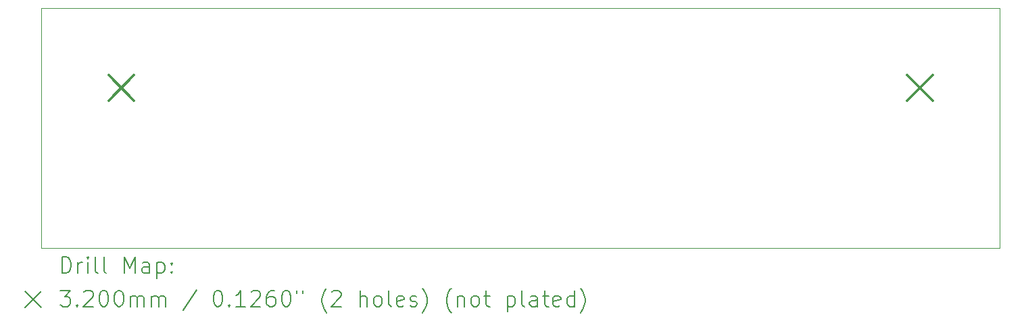
<source format=gbr>
%TF.GenerationSoftware,KiCad,Pcbnew,7.0.8*%
%TF.CreationDate,2024-02-13T18:25:40+01:00*%
%TF.ProjectId,BlankingRelay_Top1,426c616e-6b69-46e6-9752-656c61795f54,rev?*%
%TF.SameCoordinates,Original*%
%TF.FileFunction,Drillmap*%
%TF.FilePolarity,Positive*%
%FSLAX45Y45*%
G04 Gerber Fmt 4.5, Leading zero omitted, Abs format (unit mm)*
G04 Created by KiCad (PCBNEW 7.0.8) date 2024-02-13 18:25:40*
%MOMM*%
%LPD*%
G01*
G04 APERTURE LIST*
%ADD10C,0.100000*%
%ADD11C,0.200000*%
%ADD12C,0.320000*%
G04 APERTURE END LIST*
D10*
X5000000Y-5500000D02*
X17000000Y-5500000D01*
X17000000Y-8500000D01*
X5000000Y-8500000D01*
X5000000Y-5500000D01*
D11*
D12*
X5840000Y-6340000D02*
X6160000Y-6660000D01*
X6160000Y-6340000D02*
X5840000Y-6660000D01*
X15840000Y-6340000D02*
X16160000Y-6660000D01*
X16160000Y-6340000D02*
X15840000Y-6660000D01*
D11*
X5255777Y-8816484D02*
X5255777Y-8616484D01*
X5255777Y-8616484D02*
X5303396Y-8616484D01*
X5303396Y-8616484D02*
X5331967Y-8626008D01*
X5331967Y-8626008D02*
X5351015Y-8645055D01*
X5351015Y-8645055D02*
X5360539Y-8664103D01*
X5360539Y-8664103D02*
X5370063Y-8702198D01*
X5370063Y-8702198D02*
X5370063Y-8730770D01*
X5370063Y-8730770D02*
X5360539Y-8768865D01*
X5360539Y-8768865D02*
X5351015Y-8787912D01*
X5351015Y-8787912D02*
X5331967Y-8806960D01*
X5331967Y-8806960D02*
X5303396Y-8816484D01*
X5303396Y-8816484D02*
X5255777Y-8816484D01*
X5455777Y-8816484D02*
X5455777Y-8683150D01*
X5455777Y-8721246D02*
X5465301Y-8702198D01*
X5465301Y-8702198D02*
X5474824Y-8692674D01*
X5474824Y-8692674D02*
X5493872Y-8683150D01*
X5493872Y-8683150D02*
X5512920Y-8683150D01*
X5579586Y-8816484D02*
X5579586Y-8683150D01*
X5579586Y-8616484D02*
X5570063Y-8626008D01*
X5570063Y-8626008D02*
X5579586Y-8635531D01*
X5579586Y-8635531D02*
X5589110Y-8626008D01*
X5589110Y-8626008D02*
X5579586Y-8616484D01*
X5579586Y-8616484D02*
X5579586Y-8635531D01*
X5703396Y-8816484D02*
X5684348Y-8806960D01*
X5684348Y-8806960D02*
X5674824Y-8787912D01*
X5674824Y-8787912D02*
X5674824Y-8616484D01*
X5808158Y-8816484D02*
X5789110Y-8806960D01*
X5789110Y-8806960D02*
X5779586Y-8787912D01*
X5779586Y-8787912D02*
X5779586Y-8616484D01*
X6036729Y-8816484D02*
X6036729Y-8616484D01*
X6036729Y-8616484D02*
X6103396Y-8759341D01*
X6103396Y-8759341D02*
X6170062Y-8616484D01*
X6170062Y-8616484D02*
X6170062Y-8816484D01*
X6351015Y-8816484D02*
X6351015Y-8711722D01*
X6351015Y-8711722D02*
X6341491Y-8692674D01*
X6341491Y-8692674D02*
X6322443Y-8683150D01*
X6322443Y-8683150D02*
X6284348Y-8683150D01*
X6284348Y-8683150D02*
X6265301Y-8692674D01*
X6351015Y-8806960D02*
X6331967Y-8816484D01*
X6331967Y-8816484D02*
X6284348Y-8816484D01*
X6284348Y-8816484D02*
X6265301Y-8806960D01*
X6265301Y-8806960D02*
X6255777Y-8787912D01*
X6255777Y-8787912D02*
X6255777Y-8768865D01*
X6255777Y-8768865D02*
X6265301Y-8749817D01*
X6265301Y-8749817D02*
X6284348Y-8740293D01*
X6284348Y-8740293D02*
X6331967Y-8740293D01*
X6331967Y-8740293D02*
X6351015Y-8730770D01*
X6446253Y-8683150D02*
X6446253Y-8883150D01*
X6446253Y-8692674D02*
X6465301Y-8683150D01*
X6465301Y-8683150D02*
X6503396Y-8683150D01*
X6503396Y-8683150D02*
X6522443Y-8692674D01*
X6522443Y-8692674D02*
X6531967Y-8702198D01*
X6531967Y-8702198D02*
X6541491Y-8721246D01*
X6541491Y-8721246D02*
X6541491Y-8778389D01*
X6541491Y-8778389D02*
X6531967Y-8797436D01*
X6531967Y-8797436D02*
X6522443Y-8806960D01*
X6522443Y-8806960D02*
X6503396Y-8816484D01*
X6503396Y-8816484D02*
X6465301Y-8816484D01*
X6465301Y-8816484D02*
X6446253Y-8806960D01*
X6627205Y-8797436D02*
X6636729Y-8806960D01*
X6636729Y-8806960D02*
X6627205Y-8816484D01*
X6627205Y-8816484D02*
X6617682Y-8806960D01*
X6617682Y-8806960D02*
X6627205Y-8797436D01*
X6627205Y-8797436D02*
X6627205Y-8816484D01*
X6627205Y-8692674D02*
X6636729Y-8702198D01*
X6636729Y-8702198D02*
X6627205Y-8711722D01*
X6627205Y-8711722D02*
X6617682Y-8702198D01*
X6617682Y-8702198D02*
X6627205Y-8692674D01*
X6627205Y-8692674D02*
X6627205Y-8711722D01*
X4795000Y-9045000D02*
X4995000Y-9245000D01*
X4995000Y-9045000D02*
X4795000Y-9245000D01*
X5236729Y-9036484D02*
X5360539Y-9036484D01*
X5360539Y-9036484D02*
X5293872Y-9112674D01*
X5293872Y-9112674D02*
X5322444Y-9112674D01*
X5322444Y-9112674D02*
X5341491Y-9122198D01*
X5341491Y-9122198D02*
X5351015Y-9131722D01*
X5351015Y-9131722D02*
X5360539Y-9150770D01*
X5360539Y-9150770D02*
X5360539Y-9198389D01*
X5360539Y-9198389D02*
X5351015Y-9217436D01*
X5351015Y-9217436D02*
X5341491Y-9226960D01*
X5341491Y-9226960D02*
X5322444Y-9236484D01*
X5322444Y-9236484D02*
X5265301Y-9236484D01*
X5265301Y-9236484D02*
X5246253Y-9226960D01*
X5246253Y-9226960D02*
X5236729Y-9217436D01*
X5446253Y-9217436D02*
X5455777Y-9226960D01*
X5455777Y-9226960D02*
X5446253Y-9236484D01*
X5446253Y-9236484D02*
X5436729Y-9226960D01*
X5436729Y-9226960D02*
X5446253Y-9217436D01*
X5446253Y-9217436D02*
X5446253Y-9236484D01*
X5531967Y-9055531D02*
X5541491Y-9046008D01*
X5541491Y-9046008D02*
X5560539Y-9036484D01*
X5560539Y-9036484D02*
X5608158Y-9036484D01*
X5608158Y-9036484D02*
X5627205Y-9046008D01*
X5627205Y-9046008D02*
X5636729Y-9055531D01*
X5636729Y-9055531D02*
X5646253Y-9074579D01*
X5646253Y-9074579D02*
X5646253Y-9093627D01*
X5646253Y-9093627D02*
X5636729Y-9122198D01*
X5636729Y-9122198D02*
X5522444Y-9236484D01*
X5522444Y-9236484D02*
X5646253Y-9236484D01*
X5770062Y-9036484D02*
X5789110Y-9036484D01*
X5789110Y-9036484D02*
X5808158Y-9046008D01*
X5808158Y-9046008D02*
X5817682Y-9055531D01*
X5817682Y-9055531D02*
X5827205Y-9074579D01*
X5827205Y-9074579D02*
X5836729Y-9112674D01*
X5836729Y-9112674D02*
X5836729Y-9160293D01*
X5836729Y-9160293D02*
X5827205Y-9198389D01*
X5827205Y-9198389D02*
X5817682Y-9217436D01*
X5817682Y-9217436D02*
X5808158Y-9226960D01*
X5808158Y-9226960D02*
X5789110Y-9236484D01*
X5789110Y-9236484D02*
X5770062Y-9236484D01*
X5770062Y-9236484D02*
X5751015Y-9226960D01*
X5751015Y-9226960D02*
X5741491Y-9217436D01*
X5741491Y-9217436D02*
X5731967Y-9198389D01*
X5731967Y-9198389D02*
X5722443Y-9160293D01*
X5722443Y-9160293D02*
X5722443Y-9112674D01*
X5722443Y-9112674D02*
X5731967Y-9074579D01*
X5731967Y-9074579D02*
X5741491Y-9055531D01*
X5741491Y-9055531D02*
X5751015Y-9046008D01*
X5751015Y-9046008D02*
X5770062Y-9036484D01*
X5960539Y-9036484D02*
X5979586Y-9036484D01*
X5979586Y-9036484D02*
X5998634Y-9046008D01*
X5998634Y-9046008D02*
X6008158Y-9055531D01*
X6008158Y-9055531D02*
X6017682Y-9074579D01*
X6017682Y-9074579D02*
X6027205Y-9112674D01*
X6027205Y-9112674D02*
X6027205Y-9160293D01*
X6027205Y-9160293D02*
X6017682Y-9198389D01*
X6017682Y-9198389D02*
X6008158Y-9217436D01*
X6008158Y-9217436D02*
X5998634Y-9226960D01*
X5998634Y-9226960D02*
X5979586Y-9236484D01*
X5979586Y-9236484D02*
X5960539Y-9236484D01*
X5960539Y-9236484D02*
X5941491Y-9226960D01*
X5941491Y-9226960D02*
X5931967Y-9217436D01*
X5931967Y-9217436D02*
X5922443Y-9198389D01*
X5922443Y-9198389D02*
X5912920Y-9160293D01*
X5912920Y-9160293D02*
X5912920Y-9112674D01*
X5912920Y-9112674D02*
X5922443Y-9074579D01*
X5922443Y-9074579D02*
X5931967Y-9055531D01*
X5931967Y-9055531D02*
X5941491Y-9046008D01*
X5941491Y-9046008D02*
X5960539Y-9036484D01*
X6112920Y-9236484D02*
X6112920Y-9103150D01*
X6112920Y-9122198D02*
X6122443Y-9112674D01*
X6122443Y-9112674D02*
X6141491Y-9103150D01*
X6141491Y-9103150D02*
X6170063Y-9103150D01*
X6170063Y-9103150D02*
X6189110Y-9112674D01*
X6189110Y-9112674D02*
X6198634Y-9131722D01*
X6198634Y-9131722D02*
X6198634Y-9236484D01*
X6198634Y-9131722D02*
X6208158Y-9112674D01*
X6208158Y-9112674D02*
X6227205Y-9103150D01*
X6227205Y-9103150D02*
X6255777Y-9103150D01*
X6255777Y-9103150D02*
X6274824Y-9112674D01*
X6274824Y-9112674D02*
X6284348Y-9131722D01*
X6284348Y-9131722D02*
X6284348Y-9236484D01*
X6379586Y-9236484D02*
X6379586Y-9103150D01*
X6379586Y-9122198D02*
X6389110Y-9112674D01*
X6389110Y-9112674D02*
X6408158Y-9103150D01*
X6408158Y-9103150D02*
X6436729Y-9103150D01*
X6436729Y-9103150D02*
X6455777Y-9112674D01*
X6455777Y-9112674D02*
X6465301Y-9131722D01*
X6465301Y-9131722D02*
X6465301Y-9236484D01*
X6465301Y-9131722D02*
X6474824Y-9112674D01*
X6474824Y-9112674D02*
X6493872Y-9103150D01*
X6493872Y-9103150D02*
X6522443Y-9103150D01*
X6522443Y-9103150D02*
X6541491Y-9112674D01*
X6541491Y-9112674D02*
X6551015Y-9131722D01*
X6551015Y-9131722D02*
X6551015Y-9236484D01*
X6941491Y-9026960D02*
X6770063Y-9284103D01*
X7198634Y-9036484D02*
X7217682Y-9036484D01*
X7217682Y-9036484D02*
X7236729Y-9046008D01*
X7236729Y-9046008D02*
X7246253Y-9055531D01*
X7246253Y-9055531D02*
X7255777Y-9074579D01*
X7255777Y-9074579D02*
X7265301Y-9112674D01*
X7265301Y-9112674D02*
X7265301Y-9160293D01*
X7265301Y-9160293D02*
X7255777Y-9198389D01*
X7255777Y-9198389D02*
X7246253Y-9217436D01*
X7246253Y-9217436D02*
X7236729Y-9226960D01*
X7236729Y-9226960D02*
X7217682Y-9236484D01*
X7217682Y-9236484D02*
X7198634Y-9236484D01*
X7198634Y-9236484D02*
X7179586Y-9226960D01*
X7179586Y-9226960D02*
X7170063Y-9217436D01*
X7170063Y-9217436D02*
X7160539Y-9198389D01*
X7160539Y-9198389D02*
X7151015Y-9160293D01*
X7151015Y-9160293D02*
X7151015Y-9112674D01*
X7151015Y-9112674D02*
X7160539Y-9074579D01*
X7160539Y-9074579D02*
X7170063Y-9055531D01*
X7170063Y-9055531D02*
X7179586Y-9046008D01*
X7179586Y-9046008D02*
X7198634Y-9036484D01*
X7351015Y-9217436D02*
X7360539Y-9226960D01*
X7360539Y-9226960D02*
X7351015Y-9236484D01*
X7351015Y-9236484D02*
X7341491Y-9226960D01*
X7341491Y-9226960D02*
X7351015Y-9217436D01*
X7351015Y-9217436D02*
X7351015Y-9236484D01*
X7551015Y-9236484D02*
X7436729Y-9236484D01*
X7493872Y-9236484D02*
X7493872Y-9036484D01*
X7493872Y-9036484D02*
X7474825Y-9065055D01*
X7474825Y-9065055D02*
X7455777Y-9084103D01*
X7455777Y-9084103D02*
X7436729Y-9093627D01*
X7627206Y-9055531D02*
X7636729Y-9046008D01*
X7636729Y-9046008D02*
X7655777Y-9036484D01*
X7655777Y-9036484D02*
X7703396Y-9036484D01*
X7703396Y-9036484D02*
X7722444Y-9046008D01*
X7722444Y-9046008D02*
X7731967Y-9055531D01*
X7731967Y-9055531D02*
X7741491Y-9074579D01*
X7741491Y-9074579D02*
X7741491Y-9093627D01*
X7741491Y-9093627D02*
X7731967Y-9122198D01*
X7731967Y-9122198D02*
X7617682Y-9236484D01*
X7617682Y-9236484D02*
X7741491Y-9236484D01*
X7912920Y-9036484D02*
X7874825Y-9036484D01*
X7874825Y-9036484D02*
X7855777Y-9046008D01*
X7855777Y-9046008D02*
X7846253Y-9055531D01*
X7846253Y-9055531D02*
X7827206Y-9084103D01*
X7827206Y-9084103D02*
X7817682Y-9122198D01*
X7817682Y-9122198D02*
X7817682Y-9198389D01*
X7817682Y-9198389D02*
X7827206Y-9217436D01*
X7827206Y-9217436D02*
X7836729Y-9226960D01*
X7836729Y-9226960D02*
X7855777Y-9236484D01*
X7855777Y-9236484D02*
X7893872Y-9236484D01*
X7893872Y-9236484D02*
X7912920Y-9226960D01*
X7912920Y-9226960D02*
X7922444Y-9217436D01*
X7922444Y-9217436D02*
X7931967Y-9198389D01*
X7931967Y-9198389D02*
X7931967Y-9150770D01*
X7931967Y-9150770D02*
X7922444Y-9131722D01*
X7922444Y-9131722D02*
X7912920Y-9122198D01*
X7912920Y-9122198D02*
X7893872Y-9112674D01*
X7893872Y-9112674D02*
X7855777Y-9112674D01*
X7855777Y-9112674D02*
X7836729Y-9122198D01*
X7836729Y-9122198D02*
X7827206Y-9131722D01*
X7827206Y-9131722D02*
X7817682Y-9150770D01*
X8055777Y-9036484D02*
X8074825Y-9036484D01*
X8074825Y-9036484D02*
X8093872Y-9046008D01*
X8093872Y-9046008D02*
X8103396Y-9055531D01*
X8103396Y-9055531D02*
X8112920Y-9074579D01*
X8112920Y-9074579D02*
X8122444Y-9112674D01*
X8122444Y-9112674D02*
X8122444Y-9160293D01*
X8122444Y-9160293D02*
X8112920Y-9198389D01*
X8112920Y-9198389D02*
X8103396Y-9217436D01*
X8103396Y-9217436D02*
X8093872Y-9226960D01*
X8093872Y-9226960D02*
X8074825Y-9236484D01*
X8074825Y-9236484D02*
X8055777Y-9236484D01*
X8055777Y-9236484D02*
X8036729Y-9226960D01*
X8036729Y-9226960D02*
X8027206Y-9217436D01*
X8027206Y-9217436D02*
X8017682Y-9198389D01*
X8017682Y-9198389D02*
X8008158Y-9160293D01*
X8008158Y-9160293D02*
X8008158Y-9112674D01*
X8008158Y-9112674D02*
X8017682Y-9074579D01*
X8017682Y-9074579D02*
X8027206Y-9055531D01*
X8027206Y-9055531D02*
X8036729Y-9046008D01*
X8036729Y-9046008D02*
X8055777Y-9036484D01*
X8198634Y-9036484D02*
X8198634Y-9074579D01*
X8274825Y-9036484D02*
X8274825Y-9074579D01*
X8570063Y-9312674D02*
X8560539Y-9303150D01*
X8560539Y-9303150D02*
X8541491Y-9274579D01*
X8541491Y-9274579D02*
X8531968Y-9255531D01*
X8531968Y-9255531D02*
X8522444Y-9226960D01*
X8522444Y-9226960D02*
X8512920Y-9179341D01*
X8512920Y-9179341D02*
X8512920Y-9141246D01*
X8512920Y-9141246D02*
X8522444Y-9093627D01*
X8522444Y-9093627D02*
X8531968Y-9065055D01*
X8531968Y-9065055D02*
X8541491Y-9046008D01*
X8541491Y-9046008D02*
X8560539Y-9017436D01*
X8560539Y-9017436D02*
X8570063Y-9007912D01*
X8636730Y-9055531D02*
X8646253Y-9046008D01*
X8646253Y-9046008D02*
X8665301Y-9036484D01*
X8665301Y-9036484D02*
X8712920Y-9036484D01*
X8712920Y-9036484D02*
X8731968Y-9046008D01*
X8731968Y-9046008D02*
X8741491Y-9055531D01*
X8741491Y-9055531D02*
X8751015Y-9074579D01*
X8751015Y-9074579D02*
X8751015Y-9093627D01*
X8751015Y-9093627D02*
X8741491Y-9122198D01*
X8741491Y-9122198D02*
X8627206Y-9236484D01*
X8627206Y-9236484D02*
X8751015Y-9236484D01*
X8989111Y-9236484D02*
X8989111Y-9036484D01*
X9074825Y-9236484D02*
X9074825Y-9131722D01*
X9074825Y-9131722D02*
X9065301Y-9112674D01*
X9065301Y-9112674D02*
X9046253Y-9103150D01*
X9046253Y-9103150D02*
X9017682Y-9103150D01*
X9017682Y-9103150D02*
X8998634Y-9112674D01*
X8998634Y-9112674D02*
X8989111Y-9122198D01*
X9198634Y-9236484D02*
X9179587Y-9226960D01*
X9179587Y-9226960D02*
X9170063Y-9217436D01*
X9170063Y-9217436D02*
X9160539Y-9198389D01*
X9160539Y-9198389D02*
X9160539Y-9141246D01*
X9160539Y-9141246D02*
X9170063Y-9122198D01*
X9170063Y-9122198D02*
X9179587Y-9112674D01*
X9179587Y-9112674D02*
X9198634Y-9103150D01*
X9198634Y-9103150D02*
X9227206Y-9103150D01*
X9227206Y-9103150D02*
X9246253Y-9112674D01*
X9246253Y-9112674D02*
X9255777Y-9122198D01*
X9255777Y-9122198D02*
X9265301Y-9141246D01*
X9265301Y-9141246D02*
X9265301Y-9198389D01*
X9265301Y-9198389D02*
X9255777Y-9217436D01*
X9255777Y-9217436D02*
X9246253Y-9226960D01*
X9246253Y-9226960D02*
X9227206Y-9236484D01*
X9227206Y-9236484D02*
X9198634Y-9236484D01*
X9379587Y-9236484D02*
X9360539Y-9226960D01*
X9360539Y-9226960D02*
X9351015Y-9207912D01*
X9351015Y-9207912D02*
X9351015Y-9036484D01*
X9531968Y-9226960D02*
X9512920Y-9236484D01*
X9512920Y-9236484D02*
X9474825Y-9236484D01*
X9474825Y-9236484D02*
X9455777Y-9226960D01*
X9455777Y-9226960D02*
X9446253Y-9207912D01*
X9446253Y-9207912D02*
X9446253Y-9131722D01*
X9446253Y-9131722D02*
X9455777Y-9112674D01*
X9455777Y-9112674D02*
X9474825Y-9103150D01*
X9474825Y-9103150D02*
X9512920Y-9103150D01*
X9512920Y-9103150D02*
X9531968Y-9112674D01*
X9531968Y-9112674D02*
X9541492Y-9131722D01*
X9541492Y-9131722D02*
X9541492Y-9150770D01*
X9541492Y-9150770D02*
X9446253Y-9169817D01*
X9617682Y-9226960D02*
X9636730Y-9236484D01*
X9636730Y-9236484D02*
X9674825Y-9236484D01*
X9674825Y-9236484D02*
X9693873Y-9226960D01*
X9693873Y-9226960D02*
X9703396Y-9207912D01*
X9703396Y-9207912D02*
X9703396Y-9198389D01*
X9703396Y-9198389D02*
X9693873Y-9179341D01*
X9693873Y-9179341D02*
X9674825Y-9169817D01*
X9674825Y-9169817D02*
X9646253Y-9169817D01*
X9646253Y-9169817D02*
X9627206Y-9160293D01*
X9627206Y-9160293D02*
X9617682Y-9141246D01*
X9617682Y-9141246D02*
X9617682Y-9131722D01*
X9617682Y-9131722D02*
X9627206Y-9112674D01*
X9627206Y-9112674D02*
X9646253Y-9103150D01*
X9646253Y-9103150D02*
X9674825Y-9103150D01*
X9674825Y-9103150D02*
X9693873Y-9112674D01*
X9770063Y-9312674D02*
X9779587Y-9303150D01*
X9779587Y-9303150D02*
X9798634Y-9274579D01*
X9798634Y-9274579D02*
X9808158Y-9255531D01*
X9808158Y-9255531D02*
X9817682Y-9226960D01*
X9817682Y-9226960D02*
X9827206Y-9179341D01*
X9827206Y-9179341D02*
X9827206Y-9141246D01*
X9827206Y-9141246D02*
X9817682Y-9093627D01*
X9817682Y-9093627D02*
X9808158Y-9065055D01*
X9808158Y-9065055D02*
X9798634Y-9046008D01*
X9798634Y-9046008D02*
X9779587Y-9017436D01*
X9779587Y-9017436D02*
X9770063Y-9007912D01*
X10131968Y-9312674D02*
X10122444Y-9303150D01*
X10122444Y-9303150D02*
X10103396Y-9274579D01*
X10103396Y-9274579D02*
X10093873Y-9255531D01*
X10093873Y-9255531D02*
X10084349Y-9226960D01*
X10084349Y-9226960D02*
X10074825Y-9179341D01*
X10074825Y-9179341D02*
X10074825Y-9141246D01*
X10074825Y-9141246D02*
X10084349Y-9093627D01*
X10084349Y-9093627D02*
X10093873Y-9065055D01*
X10093873Y-9065055D02*
X10103396Y-9046008D01*
X10103396Y-9046008D02*
X10122444Y-9017436D01*
X10122444Y-9017436D02*
X10131968Y-9007912D01*
X10208158Y-9103150D02*
X10208158Y-9236484D01*
X10208158Y-9122198D02*
X10217682Y-9112674D01*
X10217682Y-9112674D02*
X10236730Y-9103150D01*
X10236730Y-9103150D02*
X10265301Y-9103150D01*
X10265301Y-9103150D02*
X10284349Y-9112674D01*
X10284349Y-9112674D02*
X10293873Y-9131722D01*
X10293873Y-9131722D02*
X10293873Y-9236484D01*
X10417682Y-9236484D02*
X10398634Y-9226960D01*
X10398634Y-9226960D02*
X10389111Y-9217436D01*
X10389111Y-9217436D02*
X10379587Y-9198389D01*
X10379587Y-9198389D02*
X10379587Y-9141246D01*
X10379587Y-9141246D02*
X10389111Y-9122198D01*
X10389111Y-9122198D02*
X10398634Y-9112674D01*
X10398634Y-9112674D02*
X10417682Y-9103150D01*
X10417682Y-9103150D02*
X10446254Y-9103150D01*
X10446254Y-9103150D02*
X10465301Y-9112674D01*
X10465301Y-9112674D02*
X10474825Y-9122198D01*
X10474825Y-9122198D02*
X10484349Y-9141246D01*
X10484349Y-9141246D02*
X10484349Y-9198389D01*
X10484349Y-9198389D02*
X10474825Y-9217436D01*
X10474825Y-9217436D02*
X10465301Y-9226960D01*
X10465301Y-9226960D02*
X10446254Y-9236484D01*
X10446254Y-9236484D02*
X10417682Y-9236484D01*
X10541492Y-9103150D02*
X10617682Y-9103150D01*
X10570063Y-9036484D02*
X10570063Y-9207912D01*
X10570063Y-9207912D02*
X10579587Y-9226960D01*
X10579587Y-9226960D02*
X10598634Y-9236484D01*
X10598634Y-9236484D02*
X10617682Y-9236484D01*
X10836730Y-9103150D02*
X10836730Y-9303150D01*
X10836730Y-9112674D02*
X10855777Y-9103150D01*
X10855777Y-9103150D02*
X10893873Y-9103150D01*
X10893873Y-9103150D02*
X10912920Y-9112674D01*
X10912920Y-9112674D02*
X10922444Y-9122198D01*
X10922444Y-9122198D02*
X10931968Y-9141246D01*
X10931968Y-9141246D02*
X10931968Y-9198389D01*
X10931968Y-9198389D02*
X10922444Y-9217436D01*
X10922444Y-9217436D02*
X10912920Y-9226960D01*
X10912920Y-9226960D02*
X10893873Y-9236484D01*
X10893873Y-9236484D02*
X10855777Y-9236484D01*
X10855777Y-9236484D02*
X10836730Y-9226960D01*
X11046254Y-9236484D02*
X11027206Y-9226960D01*
X11027206Y-9226960D02*
X11017682Y-9207912D01*
X11017682Y-9207912D02*
X11017682Y-9036484D01*
X11208158Y-9236484D02*
X11208158Y-9131722D01*
X11208158Y-9131722D02*
X11198634Y-9112674D01*
X11198634Y-9112674D02*
X11179587Y-9103150D01*
X11179587Y-9103150D02*
X11141492Y-9103150D01*
X11141492Y-9103150D02*
X11122444Y-9112674D01*
X11208158Y-9226960D02*
X11189111Y-9236484D01*
X11189111Y-9236484D02*
X11141492Y-9236484D01*
X11141492Y-9236484D02*
X11122444Y-9226960D01*
X11122444Y-9226960D02*
X11112920Y-9207912D01*
X11112920Y-9207912D02*
X11112920Y-9188865D01*
X11112920Y-9188865D02*
X11122444Y-9169817D01*
X11122444Y-9169817D02*
X11141492Y-9160293D01*
X11141492Y-9160293D02*
X11189111Y-9160293D01*
X11189111Y-9160293D02*
X11208158Y-9150770D01*
X11274825Y-9103150D02*
X11351015Y-9103150D01*
X11303396Y-9036484D02*
X11303396Y-9207912D01*
X11303396Y-9207912D02*
X11312920Y-9226960D01*
X11312920Y-9226960D02*
X11331968Y-9236484D01*
X11331968Y-9236484D02*
X11351015Y-9236484D01*
X11493873Y-9226960D02*
X11474825Y-9236484D01*
X11474825Y-9236484D02*
X11436730Y-9236484D01*
X11436730Y-9236484D02*
X11417682Y-9226960D01*
X11417682Y-9226960D02*
X11408158Y-9207912D01*
X11408158Y-9207912D02*
X11408158Y-9131722D01*
X11408158Y-9131722D02*
X11417682Y-9112674D01*
X11417682Y-9112674D02*
X11436730Y-9103150D01*
X11436730Y-9103150D02*
X11474825Y-9103150D01*
X11474825Y-9103150D02*
X11493873Y-9112674D01*
X11493873Y-9112674D02*
X11503396Y-9131722D01*
X11503396Y-9131722D02*
X11503396Y-9150770D01*
X11503396Y-9150770D02*
X11408158Y-9169817D01*
X11674825Y-9236484D02*
X11674825Y-9036484D01*
X11674825Y-9226960D02*
X11655777Y-9236484D01*
X11655777Y-9236484D02*
X11617682Y-9236484D01*
X11617682Y-9236484D02*
X11598634Y-9226960D01*
X11598634Y-9226960D02*
X11589111Y-9217436D01*
X11589111Y-9217436D02*
X11579587Y-9198389D01*
X11579587Y-9198389D02*
X11579587Y-9141246D01*
X11579587Y-9141246D02*
X11589111Y-9122198D01*
X11589111Y-9122198D02*
X11598634Y-9112674D01*
X11598634Y-9112674D02*
X11617682Y-9103150D01*
X11617682Y-9103150D02*
X11655777Y-9103150D01*
X11655777Y-9103150D02*
X11674825Y-9112674D01*
X11751015Y-9312674D02*
X11760539Y-9303150D01*
X11760539Y-9303150D02*
X11779587Y-9274579D01*
X11779587Y-9274579D02*
X11789111Y-9255531D01*
X11789111Y-9255531D02*
X11798634Y-9226960D01*
X11798634Y-9226960D02*
X11808158Y-9179341D01*
X11808158Y-9179341D02*
X11808158Y-9141246D01*
X11808158Y-9141246D02*
X11798634Y-9093627D01*
X11798634Y-9093627D02*
X11789111Y-9065055D01*
X11789111Y-9065055D02*
X11779587Y-9046008D01*
X11779587Y-9046008D02*
X11760539Y-9017436D01*
X11760539Y-9017436D02*
X11751015Y-9007912D01*
M02*

</source>
